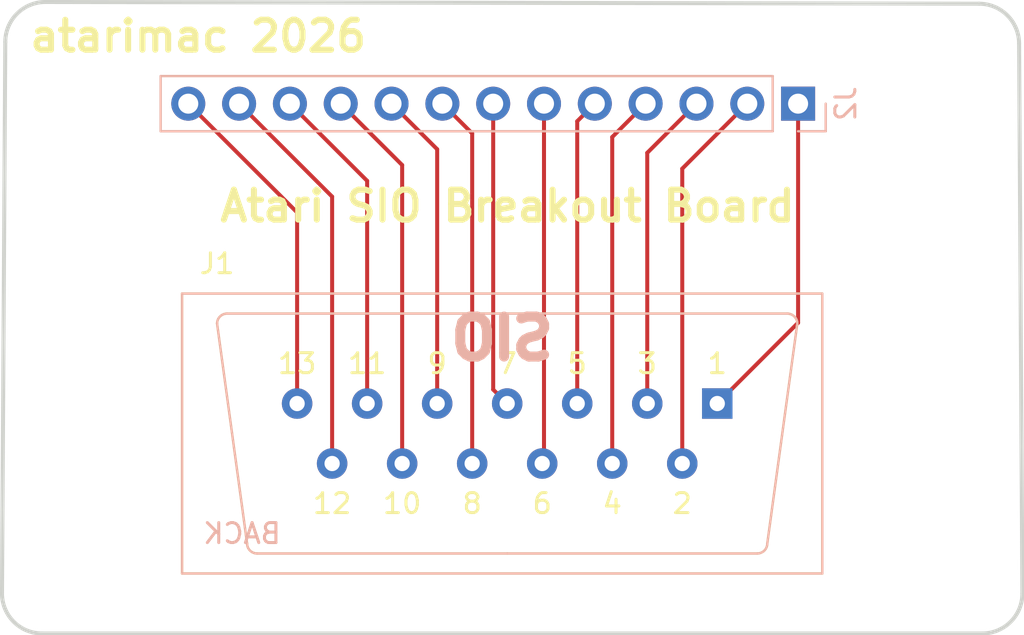
<source format=kicad_pcb>
(kicad_pcb (version 20241229) (generator "pcbnew") (generator_version "9.0")
  (layers (0 "F.Cu" signal) (2 "B.Cu" signal) (13 "F.Paste" user) (15 "B.Paste" user) (5 "F.SilkS" user "F.Silkscreen") (7 "B.SilkS" user "B.Silkscreen") (1 "F.Mask" user) (3 "B.Mask" user) (25 "Edge.Cuts" user))
  (net 0 "")
  (net 1 "Net-(J1-+12V)")
  (net 2 "Net-(J1-Clock_Input)")
  (net 3 "Net-(J1-Motor_Control)")
  (net 4 "Net-(J1-+5V{slash}Ready)")
  (net 5 "Net-(J2-Pin_4)")
  (net 6 "Net-(J1-Proceed)")
  (net 7 "Net-(J1-Data_Output)")
  (net 8 "Net-(J2-Pin_6)")
  (net 9 "Net-(J1-Data_Input)")
  (net 10 "Net-(J1-Command)")
  (net 11 "Net-(J1-Clock_Output)")
  (net 12 "Net-(J1-Interrupt)")
  (net 13 "Net-(J1-Audio_Input)")
  (footprint "Atari:Atari_SIO_Socket" (layer "F.Cu") (at 142.75 111.5 180)
    (property "Reference" "J1" (at 16.25 2.5 0) (layer "F.SilkS"))
    (property "Value" "Atari_SIO_Connector" (hide yes))
    (fp_line (start 18 1) (end 18 -13) (stroke (width 0.12)) (layer "F.SilkS"))
    (fp_line (start 18 -13) (end -14 -13) (stroke (width 0.12)) (layer "F.SilkS"))
    (fp_line (start 16.25 -0.5) (end 14.75 -11.5) (stroke (width 0.12)) (layer "F.SilkS"))
    (fp_line (start 1.75 -12) (end 14.25 -12) (stroke (width 0.12)) (layer "F.SilkS"))
    (fp_line (start 1.75 -12) (end -10.75 -12) (stroke (width 0.12)) (layer "F.SilkS"))
    (fp_line (start -11.25 -11.5) (end -12.75 -0.5) (stroke (width 0.12)) (layer "F.SilkS"))
    (fp_line (start -12.25 0) (end 15.75 0) (stroke (width 0.12)) (layer "F.SilkS"))
    (fp_line (start -14 1) (end 18 1) (stroke (width 0.12)) (layer "F.SilkS"))
    (fp_line (start -14 -13) (end -14 1) (stroke (width 0.12)) (layer "F.SilkS"))
    (fp_arc (start 16.25 -0.5) (mid 16.103553 -0.146447) (end 15.75 0) (stroke (width 0.12)) (layer "F.SilkS"))
    (fp_arc (start 14.25 -12) (mid 14.603553 -11.853553) (end 14.75 -11.5) (stroke (width 0.12)) (layer "F.SilkS"))
    (fp_arc (start -11.25 -11.5) (mid -11.103553 -11.853553) (end -10.75 -12) (stroke (width 0.12)) (layer "F.SilkS"))
    (fp_arc (start -12.25 0) (mid -12.603553 -0.146447) (end -12.75 -0.5) (stroke (width 0.12)) (layer "F.SilkS"))
    (fp_line (start 18 1) (end -14 1) (stroke (width 0.12)) (layer "B.SilkS"))
    (fp_line (start 18 -13) (end 18 1) (stroke (width 0.12)) (layer "B.SilkS"))
    (fp_line (start 15.75 0) (end -12.25 0) (stroke (width 0.12)) (layer "B.SilkS"))
    (fp_line (start 14.75 -11.5) (end 16.25 -0.5) (stroke (width 0.12)) (layer "B.SilkS"))
    (fp_line (start 1.75 -12) (end 14.25 -12) (stroke (width 0.12)) (layer "B.SilkS"))
    (fp_line (start 1.75 -12) (end -10.75 -12) (stroke (width 0.12)) (layer "B.SilkS"))
    (fp_line (start -12.75 -0.5) (end -11.25 -11.5) (stroke (width 0.12)) (layer "B.SilkS"))
    (fp_line (start -14 1) (end -14 -13) (stroke (width 0.12)) (layer "B.SilkS"))
    (fp_line (start -14 -13) (end 18 -13) (stroke (width 0.12)) (layer "B.SilkS"))
    (fp_arc (start 16.25 -0.5) (mid 16.103553 -0.146447) (end 15.75 0) (stroke (width 0.12)) (layer "B.SilkS"))
    (fp_arc (start 14.25 -12) (mid 14.603553 -11.853553) (end 14.75 -11.5) (stroke (width 0.12)) (layer "B.SilkS"))
    (fp_arc (start -11.25 -11.5) (mid -11.103553 -11.853553) (end -10.75 -12) (stroke (width 0.12)) (layer "B.SilkS"))
    (fp_arc (start -12.25 0) (mid -12.603553 -0.146447) (end -12.75 -0.5) (stroke (width 0.12)) (layer "B.SilkS"))
    (fp_text user "2" (at -7 -9.5 0) (layer "F.SilkS"))
    (fp_text user "4" (at -3.5 -9.5 0) (layer "F.SilkS"))
    (fp_text user "13" (at 12.25 -2.5 0) (layer "F.SilkS"))
    (fp_text user "9" (at 5.25 -2.5 0) (layer "F.SilkS"))
    (fp_text user "11" (at 8.75 -2.5 0) (layer "F.SilkS"))
    (fp_text user "10" (at 7 -9.5 0) (layer "F.SilkS"))
    (fp_text user "5" (at -1.75 -2.5 0) (layer "F.SilkS"))
    (fp_text user "12" (at 10.5 -9.5 0) (layer "F.SilkS"))
    (fp_text user "6" (at 0 -9.5 0) (layer "F.SilkS"))
    (fp_text user "1" (at -8.75 -2.5 0) (layer "F.SilkS"))
    (fp_text user "8" (at 3.5 -9.5 0) (layer "F.SilkS"))
    (fp_text user "3" (at -5.25 -2.5 0) (layer "F.SilkS"))
    (fp_text user "7" (at 1.75 -2.5 0) (layer "F.SilkS"))
    (fp_text user "BACK" (at 15 -11 0) (layer "B.SilkS") (effects (justify mirror)))
    (fp_text user "SIO" (at 2 -1.25 0) (layer "B.SilkS") (effects (font (size 2 2) (thickness 0.5)) (justify mirror)))
    (pad "1" thru_hole rect (at -8.75 -4.5 180) (size 1.524 1.524) (drill 0.762) (layers "*.Cu" "*.Mask") (net 2 "Net-(J1-Clock_Input)"))
    (pad "2" thru_hole circle (at -7 -7.5 180) (size 1.524 1.524) (drill 0.762) (layers "*.Cu" "*.Mask") (net 11 "Net-(J1-Clock_Output)"))
    (pad "3" thru_hole circle (at -5.25 -4.5 180) (size 1.524 1.524) (drill 0.762) (layers "*.Cu" "*.Mask") (net 9 "Net-(J1-Data_Input)"))
    (pad "4" thru_hole circle (at -3.5 -7.5 180) (size 1.524 1.524) (drill 0.762) (layers "*.Cu" "*.Mask") (net 5 "Net-(J2-Pin_4)"))
    (pad "5" thru_hole circle (at -1.75 -4.5 180) (size 1.524 1.524) (drill 0.762) (layers "*.Cu" "*.Mask") (net 7 "Net-(J1-Data_Output)"))
    (pad "6" thru_hole circle (at 0 -7.5 180) (size 1.524 1.524) (drill 0.762) (layers "*.Cu" "*.Mask") (net 8 "Net-(J2-Pin_6)"))
    (pad "7" thru_hole circle (at 1.75 -4.5 180) (size 1.524 1.524) (drill 0.762) (layers "*.Cu" "*.Mask") (net 10 "Net-(J1-Command)"))
    (pad "8" thru_hole circle (at 3.5 -7.5 180) (size 1.524 1.524) (drill 0.762) (layers "*.Cu" "*.Mask") (net 3 "Net-(J1-Motor_Control)"))
    (pad "9" thru_hole circle (at 5.25 -4.5 180) (size 1.524 1.524) (drill 0.762) (layers "*.Cu" "*.Mask") (net 6 "Net-(J1-Proceed)"))
    (pad "10" thru_hole circle (at 7 -7.5 180) (size 1.524 1.524) (drill 0.762) (layers "*.Cu" "*.Mask") (net 4 "Net-(J1-+5V{slash}Ready)"))
    (pad "11" thru_hole circle (at 8.75 -4.5 180) (size 1.524 1.524) (drill 0.762) (layers "*.Cu" "*.Mask") (net 13 "Net-(J1-Audio_Input)"))
    (pad "12" thru_hole circle (at 10.5 -7.5 180) (size 1.524 1.524) (drill 0.762) (layers "*.Cu" "*.Mask") (net 1 "Net-(J1-+12V)"))
    (pad "13" thru_hole circle (at 12.25 -4.5 180) (size 1.524 1.524) (drill 0.762) (layers "*.Cu" "*.Mask") (net 12 "Net-(J1-Interrupt)"))
  )
  (footprint "Connector_PinHeader_2.54mm:PinHeader_1x13_P2.54mm_Vertical" (layer "B.Cu") (at 155.54 101 90)
    (property "Reference" "J2" (at 0 2.38 90) (layer "B.SilkS") (effects (justify mirror)))
    (property "Value" "Conn_01x13" (hide yes))
    (fp_line (start -1.38 -31.86) (end 1.38 -31.86) (stroke (width 0.12)) (layer "B.SilkS"))
    (fp_line (start 1.38 -1.27) (end 1.38 -31.86) (stroke (width 0.12)) (layer "B.SilkS"))
    (fp_line (start -1.38 -1.27) (end -1.38 -31.86) (stroke (width 0.12)) (layer "B.SilkS"))
    (fp_line (start -1.38 -1.27) (end 1.38 -1.27) (stroke (width 0.12)) (layer "B.SilkS"))
    (fp_line (start -1.38 0) (end -1.38 1.38) (stroke (width 0.12)) (layer "B.SilkS"))
    (fp_line (start -1.38 1.38) (end 0 1.38) (stroke (width 0.12)) (layer "B.SilkS"))
    (pad "1" thru_hole rect (at 0 0 90) (size 1.7 1.7) (drill 1) (layers "*.Cu" "*.Mask") (net 2 "Net-(J1-Clock_Input)"))
    (pad "2" thru_hole circle (at 0 -2.54 90) (size 1.7 1.7) (drill 1) (layers "*.Cu" "*.Mask") (net 11 "Net-(J1-Clock_Output)"))
    (pad "3" thru_hole circle (at 0 -5.08 90) (size 1.7 1.7) (drill 1) (layers "*.Cu" "*.Mask") (net 9 "Net-(J1-Data_Input)"))
    (pad "4" thru_hole circle (at 0 -7.62 90) (size 1.7 1.7) (drill 1) (layers "*.Cu" "*.Mask") (net 5 "Net-(J2-Pin_4)"))
    (pad "5" thru_hole circle (at 0 -10.16 90) (size 1.7 1.7) (drill 1) (layers "*.Cu" "*.Mask") (net 7 "Net-(J1-Data_Output)"))
    (pad "6" thru_hole circle (at 0 -12.7 90) (size 1.7 1.7) (drill 1) (layers "*.Cu" "*.Mask") (net 8 "Net-(J2-Pin_6)"))
    (pad "7" thru_hole circle (at 0 -15.24 90) (size 1.7 1.7) (drill 1) (layers "*.Cu" "*.Mask") (net 10 "Net-(J1-Command)"))
    (pad "8" thru_hole circle (at 0 -17.78 90) (size 1.7 1.7) (drill 1) (layers "*.Cu" "*.Mask") (net 3 "Net-(J1-Motor_Control)"))
    (pad "9" thru_hole circle (at 0 -20.32 90) (size 1.7 1.7) (drill 1) (layers "*.Cu" "*.Mask") (net 6 "Net-(J1-Proceed)"))
    (pad "10" thru_hole circle (at 0 -22.86 90) (size 1.7 1.7) (drill 1) (layers "*.Cu" "*.Mask") (net 4 "Net-(J1-+5V{slash}Ready)"))
    (pad "11" thru_hole circle (at 0 -25.4 90) (size 1.7 1.7) (drill 1) (layers "*.Cu" "*.Mask") (net 13 "Net-(J1-Audio_Input)"))
    (pad "12" thru_hole circle (at 0 -27.94 90) (size 1.7 1.7) (drill 1) (layers "*.Cu" "*.Mask") (net 1 "Net-(J1-+12V)"))
    (pad "13" thru_hole circle (at 0 -30.48 90) (size 1.7 1.7) (drill 1) (layers "*.Cu" "*.Mask") (net 12 "Net-(J1-Interrupt)"))
  )
  (gr_arc (start 117.75 127.5) (mid 116.335786 126.914214) (end 115.75 125.5) (stroke (width 0.2)) (layer "Edge.Cuts"))
  (gr_arc (start 166.75 125.5) (mid 166.164214 126.914214) (end 164.75 127.5) (stroke (width 0.2)) (layer "Edge.Cuts"))
  (gr_arc (start 115.914214 97.914214) (mid 116.5 96.5) (end 117.914214 95.914214) (stroke (width 0.2)) (layer "Edge.Cuts"))
  (gr_line (start 166.75 125.5) (end 166.585786 98) (stroke (width 0.2)) (layer "Edge.Cuts"))
  (gr_line (start 117.75 127.5) (end 164.75 127.5) (stroke (width 0.2)) (layer "Edge.Cuts"))
  (gr_line (start 164.585786 96) (end 117.9142 95.914214) (stroke (width 0.2)) (layer "Edge.Cuts"))
  (gr_arc (start 164.585786 96) (mid 166 96.585786) (end 166.585786 98) (stroke (width 0.2)) (layer "Edge.Cuts"))
  (gr_line (start 115.914214 97.9142) (end 115.75 125.5) (stroke (width 0.2)) (layer "Edge.Cuts"))
  (gr_text "Atari SIO Breakout Board" (at 126.5 107 0) (layer "F.SilkS") (effects (font (size 1.5 1.5) (thickness 0.3) (bold yes)) (justify left bottom)))
  (gr_text "atarimac 2026" (at 117 98.5 0) (layer "F.SilkS") (effects (font (size 1.5 1.5) (thickness 0.3) (bold yes)) (justify left bottom)))
  (segment (start 132.25 105.65) (end 132.25 119) (width 0.2) (layer "F.Cu") (net 1))
  (segment (start 127.6 101) (end 132.25 105.65) (width 0.2) (layer "F.Cu") (net 1))
  (segment (start 155.54 111.96) (end 151.5 116) (width 0.2) (layer "F.Cu") (net 2))
  (segment (start 155.54 101) (end 155.54 111.96) (width 0.2) (layer "F.Cu") (net 2))
  (segment (start 139.25 102.49) (end 139.25 119) (width 0.2) (layer "F.Cu") (net 3))
  (segment (start 137.76 101) (end 139.25 102.49) (width 0.2) (layer "F.Cu") (net 3))
  (segment (start 135.75 104.07) (end 135.75 119) (width 0.2) (layer "F.Cu") (net 4))
  (segment (start 132.68 101) (end 135.75 104.07) (width 0.2) (layer "F.Cu") (net 4))
  (segment (start 146.25 102.67) (end 146.25 119) (width 0.2) (layer "F.Cu") (net 5))
  (segment (start 147.92 101) (end 146.25 102.67) (width 0.2) (layer "F.Cu") (net 5))
  (segment (start 137.5 103.28) (end 137.5 116) (width 0.2) (layer "F.Cu") (net 6))
  (segment (start 135.22 101) (end 137.5 103.28) (width 0.2) (layer "F.Cu") (net 6))
  (segment (start 145.38 101) (end 144.5 101.88) (width 0.2) (layer "F.Cu") (net 7))
  (segment (start 144.5 101.88) (end 144.5 116) (width 0.2) (layer "F.Cu") (net 7))
  (segment (start 142.84 118.91) (end 142.75 119) (width 0.2) (layer "F.Cu") (net 8))
  (segment (start 142.84 101) (end 142.84 118.91) (width 0.2) (layer "F.Cu") (net 8))
  (segment (start 148 103.46) (end 148 116) (width 0.2) (layer "F.Cu") (net 9))
  (segment (start 150.46 101) (end 148 103.46) (width 0.2) (layer "F.Cu") (net 9))
  (segment (start 140.3 115.3) (end 141 116) (width 0.2) (layer "F.Cu") (net 10))
  (segment (start 140.3 101) (end 140.3 115.3) (width 0.2) (layer "F.Cu") (net 10))
  (segment (start 153 101) (end 149.75 104.25) (width 0.2) (layer "F.Cu") (net 11))
  (segment (start 149.75 104.25) (end 149.75 119) (width 0.2) (layer "F.Cu") (net 11))
  (segment (start 130.5 106.44) (end 130.5 116) (width 0.2) (layer "F.Cu") (net 12))
  (segment (start 125.06 101) (end 130.5 106.44) (width 0.2) (layer "F.Cu") (net 12))
  (segment (start 130.14 101) (end 134 104.86) (width 0.2) (layer "F.Cu") (net 13))
  (segment (start 134 104.86) (end 134 116) (width 0.2) (layer "F.Cu") (net 13))
)
</source>
